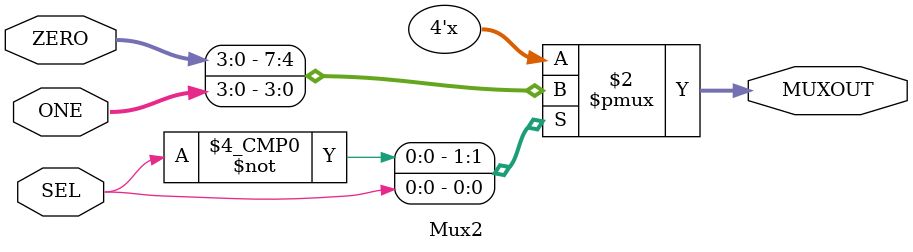
<source format=sv>
`timescale 1ns / 1ps


module Mux2 #(parameter WIDTH = 4)(
    input [WIDTH-1:0] ZERO, ONE,
    input SEL,
    output logic [WIDTH-1:0] MUXOUT);


always_comb
begin 
    case(SEL)
        0: MUXOUT = ZERO;
        1: MUXOUT = ONE;
        default: MUXOUT = ZERO;
    endcase
end
endmodule

</source>
